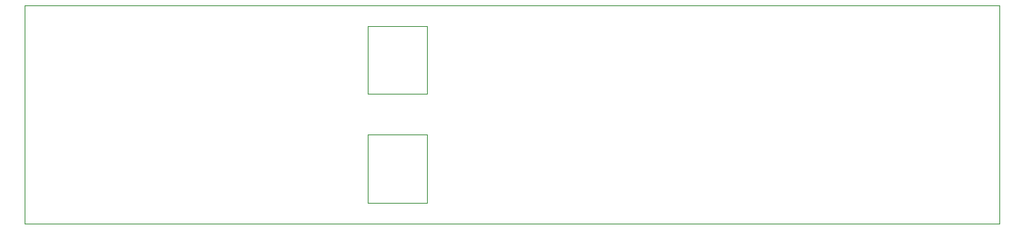
<source format=gbr>
%TF.GenerationSoftware,KiCad,Pcbnew,(5.1.12)-1*%
%TF.CreationDate,2023-03-06T23:23:30+01:00*%
%TF.ProjectId,DualPressure_V2,4475616c-5072-4657-9373-7572655f5632,rev?*%
%TF.SameCoordinates,Original*%
%TF.FileFunction,Profile,NP*%
%FSLAX46Y46*%
G04 Gerber Fmt 4.6, Leading zero omitted, Abs format (unit mm)*
G04 Created by KiCad (PCBNEW (5.1.12)-1) date 2023-03-06 23:23:30*
%MOMM*%
%LPD*%
G01*
G04 APERTURE LIST*
%TA.AperFunction,Profile*%
%ADD10C,0.050000*%
%TD*%
G04 APERTURE END LIST*
D10*
X200500000Y-84750000D02*
X200500000Y-77250000D01*
X207000000Y-84750000D02*
X200500000Y-84750000D01*
X207000000Y-77250000D02*
X207000000Y-84750000D01*
X200500000Y-77250000D02*
X207000000Y-77250000D01*
X200500000Y-96750000D02*
X200500000Y-89250000D01*
X207000000Y-96750000D02*
X200500000Y-96750000D01*
X207000000Y-89250000D02*
X207000000Y-96750000D01*
X200500000Y-89250000D02*
X207000000Y-89250000D01*
X162750000Y-75000000D02*
X162750000Y-99000000D01*
X270000000Y-99000000D02*
X162750000Y-99000000D01*
X270000000Y-75000000D02*
X162750000Y-75000000D01*
X270000000Y-75000000D02*
X270000000Y-99000000D01*
M02*

</source>
